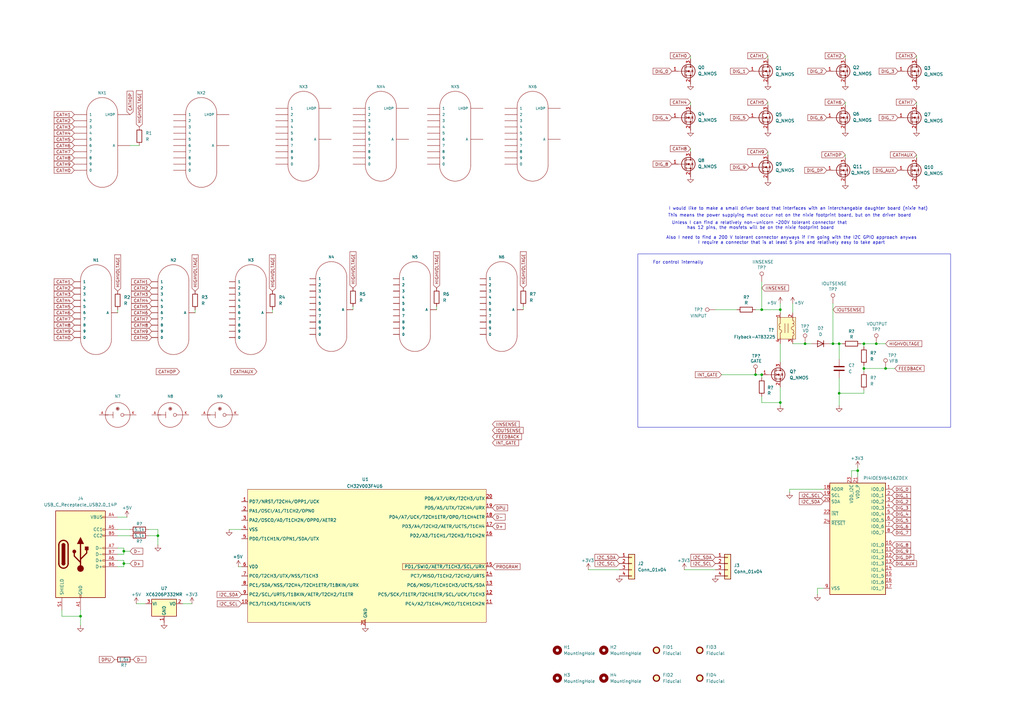
<source format=kicad_sch>
(kicad_sch (version 20250114) (generator "eeschema") (generator_version "9.0")
  (paper "A3")
  (rectangle (start 261.62 104.14) (end 389.89 175.26))
  (rectangle (start 438.15 90.17) (end 554.99 189.23))
  (text "Also I need to find a 200 V tolerant connector anyways if I'm going with the I2C GPIO approach anywas\nI require a connector that is at least 5 pins and relatively easy to take apart" (at 324.612 98.552 0) (effects (font (size 1.27 1.27))))
  (text "This means the power supplying must occur not on the nixie footprint board, but on the driver board" (at 323.85 88.392 0) (effects (font (size 1.27 1.27))))
  (text "For control internally" (at 278.13 107.696 0) (effects (font (size 1.27 1.27))))
  (text "I would like to make a small driver board that interfaces with an interchangable daughter board (nixie hat)" (at 327.406 85.598 0) (effects (font (size 1.27 1.27))))
  (text "For dev and experimentation\n" (at 454.66 94.488 0) (effects (font (size 1.27 1.27))))
  (text "Unless I can find a relatively non-unicorn ~200V tolerant connector that \nhas 12 pins, the mosfets will be on the nixie footprint board" (at 311.912 92.456 0) (effects (font (size 1.27 1.27))))
  (junction (at 330.2 140.97))
  (junction (at 520.7 152.4))
  (junction (at 363.22 151.13))
  (junction (at 510.54 162.56))
  (junction (at 344.17 161.29))
  (junction (at 320.04 165.1))
  (junction (at 354.33 151.13))
  (junction (at 50.8 231.14))
  (junction (at 478.79 154.94))
  (junction (at 525.78 142.24))
  (junction (at 478.79 128.27))
  (junction (at 33.02 252.73))
  (junction (at 64.77 219.71))
  (junction (at 351.79 193.04))
  (junction (at 341.63 140.97))
  (junction (at 529.59 152.4))
  (junction (at 508 142.24))
  (junction (at 496.57 142.24))
  (junction (at 312.42 153.67))
  (junction (at 354.33 140.97))
  (junction (at 486.41 128.27))
  (junction (at 486.41 166.37))
  (junction (at 320.04 127))
  (junction (at 309.88 153.67))
  (junction (at 359.41 140.97))
  (junction (at 50.8 226.06))
  (junction (at 312.42 127))
  (junction (at 510.54 142.24))
  (junction (at 344.17 140.97))
  (junction (at 476.25 154.94))
  (junction (at 520.7 142.24))
  (wire (pts (xy 354.33 152.4) (xy 354.33 151.13)))
  (wire (pts (xy 346.71 22.86) (xy 346.71 24.13)))
  (wire (pts (xy 309.88 153.67) (xy 312.42 153.67)))
  (wire (pts (xy 508 125.73) (xy 508 142.24)))
  (wire (pts (xy 48.26 232.41) (xy 50.8 232.41)))
  (wire (pts (xy 349.25 195.58) (xy 349.25 193.04)))
  (wire (pts (xy 486.41 160.02) (xy 486.41 166.37)))
  (wire (pts (xy 48.26 219.71) (xy 53.34 219.71)))
  (wire (pts (xy 93.98 217.17) (xy 99.06 217.17)))
  (wire (pts (xy 351.79 193.04) (xy 351.79 195.58)))
  (wire (pts (xy 478.79 154.94) (xy 478.79 156.21)))
  (wire (pts (xy 533.4 152.4) (xy 529.59 152.4)))
  (wire (pts (xy 48.26 227.33) (xy 50.8 227.33)))
  (wire (pts (xy 314.96 62.23) (xy 314.96 63.5)))
  (wire (pts (xy 330.2 140.97) (xy 332.74 140.97)))
  (wire (pts (xy 486.41 125.73) (xy 486.41 128.27)))
  (wire (pts (xy 33.02 252.73) (xy 33.02 250.19)))
  (wire (pts (xy 312.42 115.57) (xy 312.42 127)))
  (wire (pts (xy 309.88 127) (xy 312.42 127)))
  (wire (pts (xy 506.73 142.24) (xy 508 142.24)))
  (wire (pts (xy 464.82 154.94) (xy 476.25 154.94)))
  (wire (pts (xy 340.36 140.97) (xy 341.63 140.97)))
  (wire (pts (xy 375.92 22.86) (xy 375.92 24.13)))
  (wire (pts (xy 344.17 154.94) (xy 344.17 161.29)))
  (wire (pts (xy 337.82 200.66) (xy 323.85 200.66)))
  (wire (pts (xy 341.63 140.97) (xy 344.17 140.97)))
  (wire (pts (xy 354.33 140.97) (xy 354.33 142.24)))
  (wire (pts (xy 283.21 22.86) (xy 283.21 24.13)))
  (wire (pts (xy 283.21 60.96) (xy 283.21 62.23)))
  (wire (pts (xy 53.34 59.69) (xy 57.15 59.69)))
  (wire (pts (xy 50.8 224.79) (xy 50.8 226.06)))
  (wire (pts (xy 375.92 41.91) (xy 375.92 43.18)))
  (wire (pts (xy 520.7 153.67) (xy 520.7 152.4)))
  (wire (pts (xy 48.26 217.17) (xy 53.34 217.17)))
  (wire (pts (xy 486.41 128.27) (xy 486.41 129.54)))
  (wire (pts (xy 335.28 241.3) (xy 335.28 243.84)))
  (wire (pts (xy 346.71 41.91) (xy 346.71 43.18)))
  (wire (pts (xy 320.04 158.75) (xy 320.04 165.1)))
  (wire (pts (xy 351.79 191.77) (xy 351.79 193.04)))
  (wire (pts (xy 367.03 151.13) (xy 363.22 151.13)))
  (wire (pts (xy 478.79 163.83) (xy 478.79 166.37)))
  (wire (pts (xy 312.42 165.1) (xy 320.04 165.1)))
  (wire (pts (xy 280.67 233.68) (xy 293.37 233.68)))
  (wire (pts (xy 478.79 128.27) (xy 486.41 128.27)))
  (wire (pts (xy 525.78 142.24) (xy 529.59 142.24)))
  (wire (pts (xy 520.7 142.24) (xy 525.78 142.24)))
  (wire (pts (xy 349.25 193.04) (xy 351.79 193.04)))
  (wire (pts (xy 354.33 161.29) (xy 354.33 160.02)))
  (wire (pts (xy 529.59 152.4) (xy 520.7 152.4)))
  (wire (pts (xy 486.41 167.64) (xy 486.41 166.37)))
  (wire (pts (xy 478.79 166.37) (xy 486.41 166.37)))
  (wire (pts (xy 359.41 140.97) (xy 363.22 140.97)))
  (wire (pts (xy 346.71 63.5) (xy 346.71 64.77)))
  (wire (pts (xy 312.42 127) (xy 320.04 127)))
  (wire (pts (xy 50.8 226.06) (xy 50.8 227.33)))
  (wire (pts (xy 314.96 22.86) (xy 314.96 24.13)))
  (wire (pts (xy 354.33 149.86) (xy 354.33 151.13)))
  (wire (pts (xy 50.8 229.87) (xy 50.8 231.14)))
  (wire (pts (xy 476.25 154.94) (xy 478.79 154.94)))
  (wire (pts (xy 510.54 142.24) (xy 510.54 148.59)))
  (wire (pts (xy 510.54 142.24) (xy 511.81 142.24)))
  (wire (pts (xy 312.42 153.67) (xy 312.42 154.94)))
  (wire (pts (xy 344.17 166.37) (xy 344.17 161.29)))
  (wire (pts (xy 320.04 124.46) (xy 320.04 127)))
  (wire (pts (xy 80.01 127) (xy 80.01 128.27)))
  (wire (pts (xy 510.54 162.56) (xy 520.7 162.56)))
  (wire (pts (xy 25.4 252.73) (xy 33.02 252.73)))
  (wire (pts (xy 60.96 217.17) (xy 64.77 217.17)))
  (wire (pts (xy 344.17 140.97) (xy 345.44 140.97)))
  (wire (pts (xy 325.12 140.97) (xy 330.2 140.97)))
  (wire (pts (xy 50.8 231.14) (xy 50.8 232.41)))
  (wire (pts (xy 320.04 166.37) (xy 320.04 165.1)))
  (wire (pts (xy 510.54 167.64) (xy 510.54 162.56)))
  (wire (pts (xy 323.85 200.66) (xy 323.85 201.93)))
  (wire (pts (xy 53.34 226.06) (xy 50.8 226.06)))
  (wire (pts (xy 55.88 247.65) (xy 59.69 247.65)))
  (wire (pts (xy 320.04 140.97) (xy 320.04 148.59)))
  (wire (pts (xy 375.92 63.5) (xy 375.92 64.77)))
  (wire (pts (xy 486.41 142.24) (xy 486.41 149.86)))
  (wire (pts (xy 241.3 233.68) (xy 254 233.68)))
  (wire (pts (xy 520.7 142.24) (xy 520.7 143.51)))
  (wire (pts (xy 520.7 162.56) (xy 520.7 161.29)))
  (wire (pts (xy 337.82 241.3) (xy 335.28 241.3)))
  (wire (pts (xy 64.77 223.52) (xy 64.77 219.71)))
  (wire (pts (xy 491.49 125.73) (xy 491.49 129.54)))
  (wire (pts (xy 510.54 156.21) (xy 510.54 162.56)))
  (wire (pts (xy 354.33 140.97) (xy 359.41 140.97)))
  (wire (pts (xy 111.76 127) (xy 111.76 128.27)))
  (wire (pts (xy 48.26 229.87) (xy 50.8 229.87)))
  (wire (pts (xy 53.34 231.14) (xy 50.8 231.14)))
  (wire (pts (xy 519.43 142.24) (xy 520.7 142.24)))
  (wire (pts (xy 344.17 140.97) (xy 344.17 147.32)))
  (wire (pts (xy 314.96 41.91) (xy 314.96 43.18)))
  (wire (pts (xy 60.96 219.71) (xy 64.77 219.71)))
  (wire (pts (xy 144.78 125.73) (xy 144.78 127)))
  (wire (pts (xy 312.42 162.56) (xy 312.42 165.1)))
  (wire (pts (xy 64.77 217.17) (xy 64.77 219.71)))
  (wire (pts (xy 33.02 256.54) (xy 33.02 252.73)))
  (wire (pts (xy 48.26 127) (xy 48.26 128.27)))
  (wire (pts (xy 293.37 127) (xy 302.26 127)))
  (wire (pts (xy 353.06 140.97) (xy 354.33 140.97)))
  (wire (pts (xy 295.91 153.67) (xy 309.88 153.67)))
  (wire (pts (xy 344.17 161.29) (xy 354.33 161.29)))
  (wire (pts (xy 97.79 232.41) (xy 99.06 232.41)))
  (wire (pts (xy 459.74 128.27) (xy 468.63 128.27)))
  (wire (pts (xy 491.49 142.24) (xy 496.57 142.24)))
  (wire (pts (xy 179.07 125.73) (xy 179.07 127)))
  (wire (pts (xy 214.63 125.73) (xy 214.63 127)))
  (wire (pts (xy 520.7 151.13) (xy 520.7 152.4)))
  (wire (pts (xy 508 142.24) (xy 510.54 142.24)))
  (wire (pts (xy 496.57 142.24) (xy 499.11 142.24)))
  (wire (pts (xy 476.25 128.27) (xy 478.79 128.27)))
  (wire (pts (xy 25.4 250.19) (xy 25.4 252.73)))
  (wire (pts (xy 478.79 116.84) (xy 478.79 128.27)))
  (wire (pts (xy 78.74 247.65) (xy 74.93 247.65)))
  (wire (pts (xy 48.26 212.09) (xy 52.07 212.09)))
  (wire (pts (xy 341.63 124.46) (xy 341.63 140.97)))
  (wire (pts (xy 325.12 124.46) (xy 325.12 128.27)))
  (wire (pts (xy 320.04 127) (xy 320.04 128.27)))
  (wire (pts (xy 283.21 41.91) (xy 283.21 43.18)))
  (wire (pts (xy 48.26 224.79) (xy 50.8 224.79)))
  (wire (pts (xy 363.22 151.13) (xy 354.33 151.13)))
  (global_label "I2C_SCL" (shape input) (at 254 231.14 180) (property "Intersheetrefs" "${INTERSHEET_REFS}" (effects (hide yes))))
  (global_label "DIG_9" (shape input) (at 307.34 68.58 180) (property "Intersheetrefs" "${INTERSHEET_REFS}" (effects (hide yes))))
  (global_label "HIGHVOLTAGE" (shape input) (at 214.63 118.11 90) (property "Intersheetrefs" "${INTERSHEET_REFS}" (effects (hide yes))))
  (global_label "CATHAUX" (shape input) (at 375.92 63.5 180) (property "Intersheetrefs" "${INTERSHEET_REFS}" (effects (hide yes))))
  (global_label "CATH5" (shape input) (at 62.23 125.73 180) (property "Intersheetrefs" "${INTERSHEET_REFS}" (effects (hide yes))))
  (global_label "DPU" (shape input) (at 46.99 270.51 180) (property "Intersheetrefs" "${INTERSHEET_REFS}" (effects (hide yes))))
  (global_label "DIG_2" (shape input) (at 339.09 29.21 180) (property "Intersheetrefs" "${INTERSHEET_REFS}" (effects (hide yes))))
  (global_label "I2C_SDA" (shape input) (at 99.06 243.84 180) (property "Intersheetrefs" "${INTERSHEET_REFS}" (effects (hide yes))))
  (global_label "CATH4" (shape input) (at 30.48 123.19 180) (property "Intersheetrefs" "${INTERSHEET_REFS}" (effects (hide yes))))
  (global_label "HIGHVOLTAGE" (shape input) (at 144.78 118.11 90) (property "Intersheetrefs" "${INTERSHEET_REFS}" (effects (hide yes))))
  (global_label "CATH3" (shape input) (at 30.48 120.65 180) (property "Intersheetrefs" "${INTERSHEET_REFS}" (effects (hide yes))))
  (global_label "DIG_3" (shape input) (at 368.3 29.21 180) (property "Intersheetrefs" "${INTERSHEET_REFS}" (effects (hide yes))))
  (global_label "DIG_4" (shape input) (at 365.76 210.82 0) (property "Intersheetrefs" "${INTERSHEET_REFS}" (effects (hide yes))))
  (global_label "CATH0" (shape input) (at 62.23 138.43 180) (property "Intersheetrefs" "${INTERSHEET_REFS}" (effects (hide yes))))
  (global_label "CATH3" (shape input) (at 62.23 120.65 180) (property "Intersheetrefs" "${INTERSHEET_REFS}" (effects (hide yes))))
  (global_label "D-" (shape input) (at 54.61 270.51 0) (property "Intersheetrefs" "${INTERSHEET_REFS}" (effects (hide yes))))
  (global_label "CATH9" (shape input) (at 314.96 62.23 180) (property "Intersheetrefs" "${INTERSHEET_REFS}" (effects (hide yes))))
  (global_label "CATH3" (shape input) (at 375.92 22.86 180) (property "Intersheetrefs" "${INTERSHEET_REFS}" (effects (hide yes))))
  (global_label "DIG_DP" (shape input) (at 365.76 228.6 0) (property "Intersheetrefs" "${INTERSHEET_REFS}" (effects (hide yes))))
  (global_label "DIG_6" (shape input) (at 365.76 215.9 0) (property "Intersheetrefs" "${INTERSHEET_REFS}" (effects (hide yes))))
  (global_label "DIG_6" (shape input) (at 339.09 48.26 180) (property "Intersheetrefs" "${INTERSHEET_REFS}" (effects (hide yes))))
  (global_label "I2C_SDA" (shape input) (at 293.37 228.6 180) (property "Intersheetrefs" "${INTERSHEET_REFS}" (effects (hide yes))))
  (global_label "CATH7" (shape input) (at 30.48 130.81 180) (property "Intersheetrefs" "${INTERSHEET_REFS}" (effects (hide yes))))
  (global_label "IINSENSE" (shape input) (at 201.93 173.99 0) (property "Intersheetrefs" "${INTERSHEET_REFS}" (effects (hide yes))))
  (global_label "CATH9" (shape input) (at 30.48 67.31 180) (property "Intersheetrefs" "${INTERSHEET_REFS}" (effects (hide yes))))
  (global_label "IINSENSE" (shape input) (at 312.42 118.11 0) (property "Intersheetrefs" "${INTERSHEET_REFS}" (effects (hide yes))))
  (global_label "CATH2" (shape input) (at 346.71 22.86 180) (property "Intersheetrefs" "${INTERSHEET_REFS}" (effects (hide yes))))
  (global_label "DIG_7" (shape input) (at 368.3 48.26 180) (property "Intersheetrefs" "${INTERSHEET_REFS}" (effects (hide yes))))
  (global_label "CATH4" (shape input) (at 62.23 123.19 180) (property "Intersheetrefs" "${INTERSHEET_REFS}" (effects (hide yes))))
  (global_label "DIG_8" (shape input) (at 275.59 67.31 180) (property "Intersheetrefs" "${INTERSHEET_REFS}" (effects (hide yes))))
  (global_label "DIG_1" (shape input) (at 307.34 29.21 180) (property "Intersheetrefs" "${INTERSHEET_REFS}" (effects (hide yes))))
  (global_label "CATH2" (shape input) (at 62.23 118.11 180) (property "Intersheetrefs" "${INTERSHEET_REFS}" (effects (hide yes))))
  (global_label "CATH5" (shape input) (at 30.48 57.15 180) (property "Intersheetrefs" "${INTERSHEET_REFS}" (effects (hide yes))))
  (global_label "I2C_SDA" (shape input) (at 254 228.6 180) (property "Intersheetrefs" "${INTERSHEET_REFS}" (effects (hide yes))))
  (global_label "DIG_5" (shape input) (at 365.76 213.36 0) (property "Intersheetrefs" "${INTERSHEET_REFS}" (effects (hide yes))))
  (global_label "I2C_SDA" (shape input) (at 337.82 205.74 180) (property "Intersheetrefs" "${INTERSHEET_REFS}" (effects (hide yes))))
  (global_label "CATH2" (shape input) (at 30.48 49.53 180) (property "Intersheetrefs" "${INTERSHEET_REFS}" (effects (hide yes))))
  (global_label "CATH7" (shape input) (at 30.48 62.23 180) (property "Intersheetrefs" "${INTERSHEET_REFS}" (effects (hide yes))))
  (global_label "CATH2" (shape input) (at 30.48 118.11 180) (property "Intersheetrefs" "${INTERSHEET_REFS}" (effects (hide yes))))
  (global_label "CATH6" (shape input) (at 30.48 128.27 180) (property "Intersheetrefs" "${INTERSHEET_REFS}" (effects (hide yes))))
  (global_label "FEEDBACK" (shape input) (at 367.03 151.13 0) (property "Intersheetrefs" "${INTERSHEET_REFS}" (effects (hide yes))))
  (global_label "CATH7" (shape input) (at 375.92 41.91 180) (property "Intersheetrefs" "${INTERSHEET_REFS}" (effects (hide yes))))
  (global_label "CATHDP" (shape input) (at 73.66 152.4 180) (property "Intersheetrefs" "${INTERSHEET_REFS}" (effects (hide yes))))
  (global_label "HIGHVOLTAGE" (shape input) (at 48.26 119.38 90) (property "Intersheetrefs" "${INTERSHEET_REFS}" (effects (hide yes))))
  (global_label "DIG_7" (shape input) (at 365.76 218.44 0) (property "Intersheetrefs" "${INTERSHEET_REFS}" (effects (hide yes))))
  (global_label "CATH5" (shape input) (at 30.48 125.73 180) (property "Intersheetrefs" "${INTERSHEET_REFS}" (effects (hide yes))))
  (global_label "CATH3" (shape input) (at 30.48 52.07 180) (property "Intersheetrefs" "${INTERSHEET_REFS}" (effects (hide yes))))
  (global_label "DIG_4" (shape input) (at 275.59 48.26 180) (property "Intersheetrefs" "${INTERSHEET_REFS}" (effects (hide yes))))
  (global_label "CATH8" (shape input) (at 62.23 133.35 180) (property "Intersheetrefs" "${INTERSHEET_REFS}" (effects (hide yes))))
  (global_label "CATH8" (shape input) (at 30.48 133.35 180) (property "Intersheetrefs" "${INTERSHEET_REFS}" (effects (hide yes))))
  (global_label "HIGHVOLTAGE" (shape input) (at 57.15 52.07 90) (property "Intersheetrefs" "${INTERSHEET_REFS}" (effects (hide yes))))
  (global_label "CATHDP" (shape input) (at 53.34 46.99 90) (property "Intersheetrefs" "${INTERSHEET_REFS}" (effects (hide yes))))
  (global_label "FEEDBACK" (shape input) (at 201.93 179.07 0) (property "Intersheetrefs" "${INTERSHEET_REFS}" (effects (hide yes))))
  (global_label "CATH1" (shape input) (at 62.23 115.57 180) (property "Intersheetrefs" "${INTERSHEET_REFS}" (effects (hide yes))))
  (global_label "HIGHVOLTAGE" (shape input) (at 179.07 118.11 90) (property "Intersheetrefs" "${INTERSHEET_REFS}" (effects (hide yes))))
  (global_label "I2C_SCL" (shape input) (at 99.06 247.65 180) (property "Intersheetrefs" "${INTERSHEET_REFS}" (effects (hide yes))))
  (global_label "CATH5" (shape input) (at 314.96 41.91 180) (property "Intersheetrefs" "${INTERSHEET_REFS}" (effects (hide yes))))
  (global_label "CATH1" (shape input) (at 30.48 115.57 180) (property "Intersheetrefs" "${INTERSHEET_REFS}" (effects (hide yes))))
  (global_label "HIGHVOLTAGE" (shape input) (at 80.01 119.38 90) (property "Intersheetrefs" "${INTERSHEET_REFS}" (effects (hide yes))))
  (global_label "CATHDP" (shape input) (at 346.71 63.5 180) (property "Intersheetrefs" "${INTERSHEET_REFS}" (effects (hide yes))))
  (global_label "CATH0" (shape input) (at 283.21 22.86 180) (property "Intersheetrefs" "${INTERSHEET_REFS}" (effects (hide yes))))
  (global_label "PROGRAM" (shape input) (at 201.93 232.41 0) (property "Intersheetrefs" "${INTERSHEET_REFS}" (effects (hide yes))))
  (global_label "DIG_2" (shape input) (at 365.76 205.74 0) (property "Intersheetrefs" "${INTERSHEET_REFS}" (effects (hide yes))))
  (global_label "D+" (shape input) (at 201.93 215.9 0) (property "Intersheetrefs" "${INTERSHEET_REFS}" (effects (hide yes))))
  (global_label "INT_GATE" (shape input) (at 201.93 181.61 0) (property "Intersheetrefs" "${INTERSHEET_REFS}" (effects (hide yes))))
  (global_label "CATH1" (shape input) (at 30.48 46.99 180) (property "Intersheetrefs" "${INTERSHEET_REFS}" (effects (hide yes))))
  (global_label "DIG_0" (shape input) (at 365.76 200.66 0) (property "Intersheetrefs" "${INTERSHEET_REFS}" (effects (hide yes))))
  (global_label "IOUTSENSE" (shape input) (at 341.63 127 0) (property "Intersheetrefs" "${INTERSHEET_REFS}" (effects (hide yes))))
  (global_label "CATH9" (shape input) (at 62.23 135.89 180) (property "Intersheetrefs" "${INTERSHEET_REFS}" (effects (hide yes))))
  (global_label "CATH8" (shape input) (at 30.48 64.77 180) (property "Intersheetrefs" "${INTERSHEET_REFS}" (effects (hide yes))))
  (global_label "CATH1" (shape input) (at 314.96 22.86 180) (property "Intersheetrefs" "${INTERSHEET_REFS}" (effects (hide yes))))
  (global_label "DIG_9" (shape input) (at 365.76 226.06 0) (property "Intersheetrefs" "${INTERSHEET_REFS}" (effects (hide yes))))
  (global_label "CATH0" (shape input) (at 30.48 138.43 180) (property "Intersheetrefs" "${INTERSHEET_REFS}" (effects (hide yes))))
  (global_label "DIG_DP" (shape input) (at 339.09 69.85 180) (property "Intersheetrefs" "${INTERSHEET_REFS}" (effects (hide yes))))
  (global_label "DIG_8" (shape input) (at 365.76 223.52 0) (property "Intersheetrefs" "${INTERSHEET_REFS}" (effects (hide yes))))
  (global_label "CATH6" (shape input) (at 30.48 59.69 180) (property "Intersheetrefs" "${INTERSHEET_REFS}" (effects (hide yes))))
  (global_label "DIG_1" (shape input) (at 365.76 203.2 0) (property "Intersheetrefs" "${INTERSHEET_REFS}" (effects (hide yes))))
  (global_label "HIGHVOLTAGE" (shape input) (at 363.22 140.97 0) (property "Intersheetrefs" "${INTERSHEET_REFS}" (effects (hide yes))))
  (global_label "DIG_AUX" (shape input) (at 365.76 231.14 0) (property "Intersheetrefs" "${INTERSHEET_REFS}" (effects (hide yes))))
  (global_label "CATH6" (shape input) (at 346.71 41.91 180) (property "Intersheetrefs" "${INTERSHEET_REFS}" (effects (hide yes))))
  (global_label "DIG_5" (shape input) (at 307.34 48.26 180) (property "Intersheetrefs" "${INTERSHEET_REFS}" (effects (hide yes))))
  (global_label "EXT_GATE" (shape input) (at 464.82 154.94 180) (property "Intersheetrefs" "${INTERSHEET_REFS}" (effects (hide yes))))
  (global_label "HIGHVOLTAGE" (shape input) (at 111.76 119.38 90) (property "Intersheetrefs" "${INTERSHEET_REFS}" (effects (hide yes))))
  (global_label "D-" (shape input) (at 201.93 212.09 0) (property "Intersheetrefs" "${INTERSHEET_REFS}" (effects (hide yes))))
  (global_label "CATHAUX" (shape input) (at 105.41 152.4 180) (property "Intersheetrefs" "${INTERSHEET_REFS}" (effects (hide yes))))
  (global_label "CATH6" (shape input) (at 62.23 128.27 180) (property "Intersheetrefs" "${INTERSHEET_REFS}" (effects (hide yes))))
  (global_label "CATH4" (shape input) (at 283.21 41.91 180) (property "Intersheetrefs" "${INTERSHEET_REFS}" (effects (hide yes))))
  (global_label "DPU" (shape input) (at 201.93 208.28 0) (property "Intersheetrefs" "${INTERSHEET_REFS}" (effects (hide yes))))
  (global_label "D-" (shape input) (at 53.34 226.06 0) (property "Intersheetrefs" "${INTERSHEET_REFS}" (effects (hide yes))))
  (global_label "I2C_SCL" (shape input) (at 337.82 203.2 180) (property "Intersheetrefs" "${INTERSHEET_REFS}" (effects (hide yes))))
  (global_label "DIG_0" (shape input) (at 275.59 29.21 180) (property "Intersheetrefs" "${INTERSHEET_REFS}" (effects (hide yes))))
  (global_label "IOUTSENSE" (shape input) (at 201.93 176.53 0) (property "Intersheetrefs" "${INTERSHEET_REFS}" (effects (hide yes))))
  (global_label "CATH7" (shape input) (at 62.23 130.81 180) (property "Intersheetrefs" "${INTERSHEET_REFS}" (effects (hide yes))))
  (global_label "DIG_3" (shape input) (at 365.76 208.28 0) (property "Intersheetrefs" "${INTERSHEET_REFS}" (effects (hide yes))))
  (global_label "CATH0" (shape input) (at 30.48 69.85 180) (property "Intersheetrefs" "${INTERSHEET_REFS}" (effects (hide yes))))
  (global_label "INT_GATE" (shape input) (at 295.91 153.67 180) (property "Intersheetrefs" "${INTERSHEET_REFS}" (effects (hide yes))))
  (global_label "I2C_SCL" (shape input) (at 293.37 231.14 180) (property "Intersheetrefs" "${INTERSHEET_REFS}" (effects (hide yes))))
  (global_label "CATH4" (shape input) (at 30.48 54.61 180) (property "Intersheetrefs" "${INTERSHEET_REFS}" (effects (hide yes))))
  (global_label "DIG_AUX" (shape input) (at 368.3 69.85 180) (property "Intersheetrefs" "${INTERSHEET_REFS}" (effects (hide yes))))
  (global_label "D+" (shape input) (at 53.34 231.14 0) (property "Intersheetrefs" "${INTERSHEET_REFS}" (effects (hide yes))))
  (global_label "CATH9" (shape input) (at 30.48 135.89 180) (property "Intersheetrefs" "${INTERSHEET_REFS}" (effects (hide yes))))
  (global_label "CATH8" (shape input) (at 283.21 60.96 180) (property "Intersheetrefs" "${INTERSHEET_REFS}" (effects (hide yes))))
  (symbol (lib_id "Transistor_FET:Q_NMOS_GSD") (at 373.38 48.26 0) (unit 1)
    (property "Reference" "Q7" (at 378.968 46.99 0) (effects (justify left)))
    (property "Value" "Q_NMOS" (at 378.968 49.53 0) (effects (justify left)))
    (property "Footprint" "Package_TO_SOT_SMD:SOT-23-3" (effects (hide yes)))
    (property "Description" "N-MOSFET transistor, gate/source/drain" (effects (hide yes)))
  )
  (symbol (lib_id "power:+5V") (at 491.49 125.73 0) (unit 1)
    (property "Reference" "#PWR016" (effects (hide yes)))
    (property "Value" "+5V" (at 494.03 125.476 0))
    (property "Description" "Power symbol creates a global label with name \"+5V\"" (effects (hide yes)))
  )
  (symbol (lib_id "nixies-us:IN-3") (at 43.18 167.64 0) (unit 1)
    (property "Reference" "N7" (at 48.26 162.56 0) (effects (font (size 1.143 1.143))))
    (property "Value" "IN-3" (effects (hide yes)))
    (property "Footprint" "nixies-us:nixies-us-IN-3" (effects (hide yes)))
  )
  (symbol (lib_id "power:GND") (at 344.17 166.37 0) (unit 1)
    (property "Reference" "#PWR036" (effects (hide yes)))
    (property "Value" "GND" (effects (hide yes)))
    (property "Description" "Power symbol creates a global label with name \"GND\" , ground" (effects (hide yes)))
  )
  (symbol (lib_id "NICKXIE:PI4IOE5V6416ZDEX") (at 350.52 220.98 0) (unit 1)
    (property "Reference" "U3" (effects (hide yes)))
    (property "Value" "PI4IOE5V6416ZDEX" (at 363.22 196.088 0))
    (property "Footprint" "Package_DFN_QFN:TQFN-24-1EP_4x4mm_P0.5mm_EP2.1x2.1mm_ThermalVias" (effects (hide yes)))
  )
  (symbol (lib_id "power:GND") (at 314.96 53.34 0) (unit 1)
    (property "Reference" "#PWR05" (effects (hide yes)))
    (property "Value" "GND" (effects (hide yes)))
    (property "Description" "Power symbol creates a global label with name \"GND\" , ground" (effects (hide yes)))
  )
  (symbol (lib_id "power:GND") (at 314.96 73.66 0) (unit 1)
    (property "Reference" "#PWR01" (effects (hide yes)))
    (property "Value" "GND" (effects (hide yes)))
    (property "Description" "Power symbol creates a global label with name \"GND\" , ground" (effects (hide yes)))
  )
  (symbol (lib_id "cnixxie:R") (at 80.01 123.19 0) (unit 1)
    (property "Reference" "R3" (at 82.55 121.9199 0) (effects (justify left)))
    (property "Value" "R" (at 82.55 124.4599 0) (effects (justify left)))
    (property "Description" "Resistor" (effects (hide yes)))
  )
  (symbol (lib_id "Transistor_FET:Q_NMOS_GSD") (at 344.17 48.26 0) (unit 1)
    (property "Reference" "Q6" (at 349.758 46.736 0) (effects (justify left)))
    (property "Value" "Q_NMOS" (at 349.758 49.276 0) (effects (justify left)))
    (property "Footprint" "Package_TO_SOT_SMD:SOT-23-3" (effects (hide yes)))
    (property "Description" "N-MOSFET transistor, gate/source/drain" (effects (hide yes)))
  )
  (symbol (lib_id "cnixxie:R") (at 306.07 127 270) (unit 1)
    (property "Reference" "R?" (at 304.8 121.92 90) (effects (justify left)))
    (property "Value" "R" (at 305.308 124.206 90) (effects (justify left)))
    (property "Description" "Resistor" (effects (hide yes)))
  )
  (symbol (lib_id "Connector_Generic:Conn_01x04") (at 259.08 231.14 0) (unit 1)
    (property "Reference" "J2" (at 261.62 231.1399 0) (effects (justify left)))
    (property "Value" "Conn_01x04" (at 261.62 233.6799 0) (effects (justify left)))
    (property "Footprint" "Connector_JST:JST_SH_SM04B-SRSS-TB_1x04-1MP_P1.00mm_Horizontal" (effects (hide yes)))
    (property "Description" "Generic connector, single row, 01x04, script generated (kicad-library-utils/schlib/autogen/connector/)" (effects (hide yes)))
  )
  (symbol (lib_id "Isolator:4N25") (at 439.42 280.67 0) (unit 1) (in_bom no) (on_board no) (dnp yes)
    (property "Reference" "U2" (at 439.42 271.78 0))
    (property "Value" "4N25" (at 439.42 274.32 0))
    (property "Footprint" "Package_DIP:DIP-6_W7.62mm" (effects (hide yes)))
    (property "Datasheet" "https://www.vishay.com/docs/83725/4n25.pdf" (effects (hide yes)))
    (property "Description" "DC Optocoupler Base Connected, Vce 30V, CTR 20%, Viso 2500V, DIP6" (effects (hide yes)))
  )
  (symbol (lib_id "Transistor_FET:Q_NMOS_GSD") (at 373.38 29.21 0) (unit 1)
    (property "Reference" "Q3" (at 378.968 27.94 0) (effects (justify left)))
    (property "Value" "Q_NMOS" (at 378.968 30.48 0) (effects (justify left)))
    (property "Footprint" "Package_TO_SOT_SMD:SOT-23-3" (effects (hide yes)))
    (property "Description" "N-MOSFET transistor, gate/source/drain" (effects (hide yes)))
  )
  (symbol (lib_id "nixies-us:IN-1") (at 207.01 127 0) (unit 1)
    (property "Reference" "N6" (at 205.74 105.41 0) (effects (font (size 1.143 1.143))))
    (property "Value" "IN-1" (effects (hide yes)))
    (property "Footprint" "NIXIE:IN-1_NIXIE_v1" (effects (hide yes)))
  )
  (symbol (lib_id "cnixxie:R") (at 111.76 123.19 0) (unit 1)
    (property "Reference" "R4" (at 114.3 121.9199 0) (effects (justify left)))
    (property "Value" "R" (at 114.3 124.4599 0) (effects (justify left)))
    (property "Description" "Resistor" (effects (hide yes)))
  )
  (symbol (lib_id "Connector:TestPoint") (at 508 125.73 0) (unit 1)
    (property "Reference" "TP?" (at 508 119.888 0))
    (property "Value" "IOUTSENSE" (at 508.508 117.602 0))
    (property "Description" "test point" (effects (hide yes)))
  )
  (symbol (lib_id "Transistor_FET:Q_NMOS_GSD") (at 312.42 48.26 0) (unit 1)
    (property "Reference" "Q5" (at 318.008 46.99 0) (effects (justify left)))
    (property "Value" "Q_NMOS" (at 318.008 49.53 0) (effects (justify left)))
    (property "Footprint" "Package_TO_SOT_SMD:SOT-23-3" (effects (hide yes)))
    (property "Description" "N-MOSFET transistor, gate/source/drain" (effects (hide yes)))
  )
  (symbol (lib_id "Connector:TestPoint") (at 525.78 142.24 0) (unit 1)
    (property "Reference" "TP3" (at 525.78 136.398 0))
    (property "Value" "VOUTPUT" (at 526.034 134.112 0))
    (property "Description" "test point" (effects (hide yes)))
  )
  (symbol (lib_id "power:+5V") (at 351.79 191.77 0) (unit 1)
    (property "Reference" "#PWR031" (effects (hide yes)))
    (property "Value" "+3V3" (at 351.536 187.96 0))
    (property "Description" "Power symbol creates a global label with name \"+5V\"" (effects (hide yes)))
  )
  (symbol (lib_id "cnixxie:CH32V003F4U6") (at 149.86 228.6 0) (unit 1)
    (property "Reference" "U1" (at 149.86 196.596 0))
    (property "Value" "CH32V003F4U6" (at 149.606 199.39 0))
    (property "Footprint" "Package_DFN_QFN:QFN-20-1EP_3x3mm_P0.4mm_EP1.65x1.65mm" (effects (hide yes)))
    (property "LCSC" "C5299908" (effects (hide yes)))
  )
  (symbol (lib_id "nixies-us:IN-1") (at 171.45 127 0) (unit 1)
    (property "Reference" "N5" (at 170.18 105.41 0) (effects (font (size 1.143 1.143))))
    (property "Value" "IN-1" (effects (hide yes)))
    (property "Footprint" "NIXIE:IN-1_NIXIE_v1" (effects (hide yes)))
  )
  (symbol (lib_id "power:GND") (at 375.92 74.93 0) (unit 1)
    (property "Reference" "#PWR02" (effects (hide yes)))
    (property "Value" "GND" (effects (hide yes)))
    (property "Description" "Power symbol creates a global label with name \"GND\" , ground" (effects (hide yes)))
  )
  (symbol (lib_id "Connector:TestPoint") (at 359.41 140.97 0) (unit 1)
    (property "Reference" "TP?" (at 359.41 135.128 0))
    (property "Value" "VOUTPUT" (at 359.664 132.842 0))
    (property "Description" "test point" (effects (hide yes)))
  )
  (symbol (lib_id "cnixxie:Conn_01x01") (at 457.2 170.18 0) (unit 1)
    (property "Reference" "J1" (at 459.74 168.9099 0) (effects (justify left)))
    (property "Value" "Conn_01x01" (at 459.74 171.4499 0) (effects (justify left)))
    (property "Description" "Generic connector, single row, 01x01, script generated (kicad-library-utils/schlib/autogen/connector/)" (effects (hide yes)))
  )
  (symbol (lib_id "nixies-us:IN-1") (at 137.16 127 0) (unit 1)
    (property "Reference" "N4" (at 135.89 105.41 0) (effects (font (size 1.143 1.143))))
    (property "Value" "IN-1" (effects (hide yes)))
    (property "Footprint" "NIXIE:IN-1_NIXIE_v1" (effects (hide yes)))
  )
  (symbol (lib_id "Connector:TestPoint") (at 459.74 128.27 90) (unit 1)
    (property "Reference" "TP1" (at 452.882 128.27 90))
    (property "Value" "VINPUT" (at 452.882 130.81 90))
    (property "Description" "test point" (effects (hide yes)))
  )
  (symbol (lib_id "power:GND") (at 93.98 217.17 0) (unit 1)
    (property "Reference" "#PWR014" (effects (hide yes)))
    (property "Value" "GND" (effects (hide yes)))
    (property "Description" "Power symbol creates a global label with name \"GND\" , ground" (effects (hide yes)))
  )
  (symbol (lib_id "power:GND") (at 67.31 255.27 0) (unit 1)
    (property "Reference" "#PWR026" (effects (hide yes)))
    (property "Value" "GND" (effects (hide yes)))
    (property "Description" "Power symbol creates a global label with name \"GND\" , ground" (effects (hide yes)))
  )
  (symbol (lib_id "power:GND") (at 64.77 223.52 0) (unit 1)
    (property "Reference" "#PWR024" (effects (hide yes)))
    (property "Value" "GND" (effects (hide yes)))
    (property "Description" "Power symbol creates a global label with name \"GND\" , ground" (effects (hide yes)))
  )
  (symbol (lib_id "power:+5V") (at 486.41 125.73 0) (unit 1)
    (property "Reference" "#PWR015" (effects (hide yes)))
    (property "Value" "+5V" (at 482.854 125.476 0))
    (property "Description" "Power symbol creates a global label with name \"+5V\"" (effects (hide yes)))
  )
  (symbol (lib_id "cnixxie:R") (at 349.25 140.97 270) (unit 1)
    (property "Reference" "R?" (at 347.98 135.89 90) (effects (justify left)))
    (property "Value" "R" (at 348.488 138.176 90) (effects (justify left)))
    (property "Description" "Resistor" (effects (hide yes)))
  )
  (symbol (lib_id "power:GND") (at 283.21 53.34 0) (unit 1)
    (property "Reference" "#PWR012" (effects (hide yes)))
    (property "Value" "GND" (effects (hide yes)))
    (property "Description" "Power symbol creates a global label with name \"GND\" , ground" (effects (hide yes)))
  )
  (symbol (lib_id "cnixxie:R") (at 472.44 128.27 270) (unit 1)
    (property "Reference" "R?" (at 471.17 123.19 90) (effects (justify left)))
    (property "Value" "R" (at 471.678 125.476 90) (effects (justify left)))
    (property "Description" "Resistor" (effects (hide yes)))
  )
  (symbol (lib_id "power:GND") (at 293.37 236.22 0) (unit 1)
    (property "Reference" "#PWR022" (effects (hide yes)))
    (property "Value" "GND" (effects (hide yes)))
    (property "Description" "Power symbol creates a global label with name \"GND\" , ground" (effects (hide yes)))
  )
  (symbol (lib_id "power:GND") (at 283.21 34.29 0) (unit 1)
    (property "Reference" "#PWR03" (effects (hide yes)))
    (property "Value" "GND" (effects (hide yes)))
    (property "Description" "Power symbol creates a global label with name \"GND\" , ground" (effects (hide yes)))
  )
  (symbol (lib_id "cnixxie:R") (at 144.78 121.92 0) (unit 1)
    (property "Reference" "R5" (at 147.32 120.6499 0) (effects (justify left)))
    (property "Value" "R" (at 147.32 123.1899 0) (effects (justify left)))
    (property "Description" "Resistor" (effects (hide yes)))
  )
  (symbol (lib_id "Transistor_FET:Q_NMOS_GSD") (at 312.42 68.58 0) (unit 1)
    (property "Reference" "Q9" (at 318.008 67.31 0) (effects (justify left)))
    (property "Value" "Q_NMOS" (at 318.008 69.85 0) (effects (justify left)))
    (property "Footprint" "Package_TO_SOT_SMD:SOT-23-3" (effects (hide yes)))
    (property "Description" "N-MOSFET transistor, gate/source/drain" (effects (hide yes)))
  )
  (symbol (lib_id "power:GND") (at 510.54 167.64 0) (unit 1)
    (property "Reference" "#PWR017" (effects (hide yes)))
    (property "Value" "GND" (effects (hide yes)))
    (property "Description" "Power symbol creates a global label with name \"GND\" , ground" (effects (hide yes)))
  )
  (symbol (lib_id "Device:D") (at 336.55 140.97 180) (unit 1)
    (property "Reference" "D?" (at 336.55 134.62 0))
    (property "Value" "D" (at 336.55 137.16 0))
    (property "Description" "Diode" (effects (hide yes)))
    (property "Sim.Device" "D" (effects (hide yes)))
    (property "Sim.Pins" "1=K 2=A" (effects (hide yes)))
  )
  (symbol (lib_id "power:GND") (at 375.92 34.29 0) (unit 1)
    (property "Reference" "#PWR011" (effects (hide yes)))
    (property "Value" "GND" (effects (hide yes)))
    (property "Description" "Power symbol creates a global label with name \"GND\" , ground" (effects (hide yes)))
  )
  (symbol (lib_id "cnixxie:R") (at 520.7 157.48 0) (unit 1)
    (property "Reference" "R9" (at 523.24 156.2099 0) (effects (justify left)))
    (property "Value" "R" (at 523.24 158.7499 0) (effects (justify left)))
    (property "Description" "Resistor" (effects (hide yes)))
  )
  (symbol (lib_id "power:+5V") (at 280.67 233.68 0) (unit 1)
    (property "Reference" "#PWR030" (effects (hide yes)))
    (property "Value" "+3V3" (at 280.416 229.87 0))
    (property "Description" "Power symbol creates a global label with name \"+5V\"" (effects (hide yes)))
  )
  (symbol (lib_id "Connector_Generic:Conn_01x04") (at 298.45 231.14 0) (unit 1)
    (property "Reference" "J3" (at 300.99 231.902 0) (effects (justify left)))
    (property "Value" "Conn_01x04" (at 300.99 234.442 0) (effects (justify left)))
    (property "Footprint" "Connector_JST:JST_SH_SM04B-SRSS-TB_1x04-1MP_P1.00mm_Horizontal" (effects (hide yes)))
    (property "Description" "Generic connector, single row, 01x04, script generated (kicad-library-utils/schlib/autogen/connector/)" (effects (hide yes)))
  )
  (symbol (lib_id "power:GND") (at 346.71 53.34 0) (unit 1)
    (property "Reference" "#PWR06" (effects (hide yes)))
    (property "Value" "GND" (effects (hide yes)))
    (property "Description" "Power symbol creates a global label with name \"GND\" , ground" (effects (hide yes)))
  )
  (symbol (lib_id "power:GND") (at 320.04 166.37 0) (unit 1)
    (property "Reference" "#PWR035" (effects (hide yes)))
    (property "Value" "GND" (effects (hide yes)))
    (property "Description" "Power symbol creates a global label with name \"GND\" , ground" (effects (hide yes)))
  )
  (symbol (lib_id "power:GND") (at 346.71 34.29 0) (unit 1)
    (property "Reference" "#PWR010" (effects (hide yes)))
    (property "Value" "GND" (effects (hide yes)))
    (property "Description" "Power symbol creates a global label with name \"GND\" , ground" (effects (hide yes)))
  )
  (symbol (lib_id "cnixxie:R") (at 179.07 121.92 0) (unit 1)
    (property "Reference" "R6" (at 181.61 120.6499 0) (effects (justify left)))
    (property "Value" "R" (at 181.61 123.1899 0) (effects (justify left)))
    (property "Description" "Resistor" (effects (hide yes)))
  )
  (symbol (lib_id "MASTER_SYMBOLS:Fiducial") (at 287.02 266.7 0) (unit 1) (in_bom no)
    (property "Reference" "FID3" (at 289.56 265.4299 0) (effects (justify left)))
    (property "Value" "Fiducial" (at 289.56 267.9699 0) (effects (justify left)))
    (property "Footprint" "Fiducial:Fiducial_0.5mm_Mask1mm" (effects (hide yes)))
    (property "Description" "Fiducial Marker" (effects (hide yes)))
  )
  (symbol (lib_id "power:+5V") (at 78.74 247.65 0) (unit 1)
    (property "Reference" "#PWR028" (effects (hide yes)))
    (property "Value" "+3V3" (at 78.486 243.84 0))
    (property "Description" "Power symbol creates a global label with name \"+5V\"" (effects (hide yes)))
  )
  (symbol (lib_id "Connector:TestPoint") (at 496.57 142.24 0) (unit 1)
    (property "Reference" "TP2" (at 496.57 135.128 0))
    (property "Value" "VD" (at 496.824 136.906 0))
    (property "Description" "test point" (effects (hide yes)))
  )
  (symbol (lib_id "power:+5V") (at 241.3 233.68 0) (unit 1)
    (property "Reference" "#PWR029" (effects (hide yes)))
    (property "Value" "+3V3" (at 241.046 229.87 0))
    (property "Description" "Power symbol creates a global label with name \"+5V\"" (effects (hide yes)))
  )
  (symbol (lib_id "nixies-us:IN-1") (at 40.64 128.27 0) (unit 1)
    (property "Reference" "N1" (at 39.37 106.68 0) (effects (font (size 1.143 1.143))))
    (property "Value" "IN-1" (effects (hide yes)))
    (property "Footprint" "NIXIE:IN-1_NIXIE_v1" (effects (hide yes)))
  )
  (symbol (lib_id "Connector:TestPoint") (at 309.88 153.67 0) (unit 1)
    (property "Reference" "TP?" (at 310.134 146.05 0))
    (property "Value" "GATE" (at 310.134 148.082 0))
    (property "Description" "test point" (effects (hide yes)))
  )
  (symbol (lib_id "nixies-us:IN-12BORIGINAL") (at 219.71 57.15 0) (unit 1)
    (property "Reference" "NX6" (at 218.44 35.56 0) (effects (font (size 1.143 1.143))))
    (property "Value" "IN-12BORIGINAL" (effects (hide yes)))
    (property "Footprint" "NIXIE:IN-12A Nixie" (effects (hide yes)))
  )
  (symbol (lib_id "power:GND") (at 323.85 201.93 0) (unit 1)
    (property "Reference" "#PWR032" (effects (hide yes)))
    (property "Value" "GND" (effects (hide yes)))
    (property "Description" "Power symbol creates a global label with name \"GND\" , ground" (effects (hide yes)))
  )
  (symbol (lib_id "cnixxie:R") (at 312.42 158.75 0) (unit 1)
    (property "Reference" "R?" (at 314.706 159.004 0) (effects (justify left)))
    (property "Value" "R" (at 314.706 161.29 0) (effects (justify left)))
    (property "Description" "Resistor" (effects (hide yes)))
  )
  (symbol (lib_id "MASTER_SYMBOLS:Fiducial") (at 269.24 266.7 0) (unit 1) (in_bom no)
    (property "Reference" "FID1" (at 271.78 265.4299 0) (effects (justify left)))
    (property "Value" "Fiducial" (at 271.78 267.9699 0) (effects (justify left)))
    (property "Footprint" "Fiducial:Fiducial_0.5mm_Mask1mm" (effects (hide yes)))
    (property "Description" "Fiducial Marker" (effects (hide yes)))
  )
  (symbol (lib_id "cnixxie:R") (at 354.33 156.21 0) (unit 1)
    (property "Reference" "R?" (at 356.87 154.9399 0) (effects (justify left)))
    (property "Value" "R" (at 356.87 157.4799 0) (effects (justify left)))
    (property "Description" "Resistor" (effects (hide yes)))
  )
  (symbol (lib_id "power:GND") (at 283.21 72.39 0) (unit 1)
    (property "Reference" "#PWR08" (effects (hide yes)))
    (property "Value" "GND" (effects (hide yes)))
    (property "Description" "Power symbol creates a global label with name \"GND\" , ground" (effects (hide yes)))
  )
  (symbol (lib_id "Transistor_FET:Q_NMOS_GSD") (at 344.17 69.85 0) (unit 1)
    (property "Reference" "Q11" (at 349.758 68.326 0) (effects (justify left)))
    (property "Value" "Q_NMOS" (at 348.996 70.8661 0) (effects (justify left)))
    (property "Footprint" "Package_TO_SOT_SMD:SOT-23-3" (effects (hide yes)))
    (property "Description" "N-MOSFET transistor, gate/source/drain" (effects (hide yes)))
  )
  (symbol (lib_id "Transistor_FET:Q_NMOS_GSD") (at 373.38 69.85 0) (unit 1)
    (property "Reference" "Q10" (at 378.968 68.58 0) (effects (justify left)))
    (property "Value" "Q_NMOS" (at 378.968 71.12 0) (effects (justify left)))
    (property "Footprint" "Package_TO_SOT_SMD:SOT-23-3" (effects (hide yes)))
    (property "Description" "N-MOSFET transistor, gate/source/drain" (effects (hide yes)))
  )
  (symbol (lib_id "Device:D") (at 502.92 142.24 180) (unit 1)
    (property "Reference" "D1" (at 502.92 135.89 0))
    (property "Value" "D" (at 502.92 138.43 0))
    (property "Description" "Diode" (effects (hide yes)))
    (property "Sim.Device" "D" (effects (hide yes)))
    (property "Sim.Pins" "1=K 2=A" (effects (hide yes)))
  )
  (symbol (lib_id "nixies-us:IN-12BORIGINAL") (at 157.48 57.15 0) (unit 1)
    (property "Reference" "NX4" (at 156.21 35.56 0) (effects (font (size 1.143 1.143))))
    (property "Value" "IN-12BORIGINAL" (effects (hide yes)))
    (property "Footprint" "NIXIE:IN-12A Nixie" (effects (hide yes)))
  )
  (symbol (lib_id "cnixxie:R") (at 478.79 160.02 0) (unit 1)
    (property "Reference" "R10" (at 481.076 160.274 0) (effects (justify left)))
    (property "Value" "R" (at 481.076 162.56 0) (effects (justify left)))
    (property "Description" "Resistor" (effects (hide yes)))
  )
  (symbol (lib_id "Transistor_FET:Q_NMOS_GSD") (at 280.67 48.26 0) (unit 1)
    (property "Reference" "Q4" (at 286.258 46.736 0) (effects (justify left)))
    (property "Value" "Q_NMOS" (at 286.258 49.276 0) (effects (justify left)))
    (property "Footprint" "Package_TO_SOT_SMD:SOT-23-3" (effects (hide yes)))
    (property "Description" "N-MOSFET transistor, gate/source/drain" (effects (hide yes)))
  )
  (symbol (lib_id "nixies-us:IN-12BORIGINAL") (at 125.73 57.15 0) (unit 1)
    (property "Reference" "NX3" (at 124.46 35.56 0) (effects (font (size 1.143 1.143))))
    (property "Value" "IN-12BORIGINAL" (effects (hide yes)))
    (property "Footprint" "NIXIE:IN-12A Nixie" (effects (hide yes)))
  )
  (symbol (lib_id "Device:C") (at 344.17 151.13 0) (unit 1)
    (property "Reference" "C?" (at 347.98 149.8599 0) (effects (justify left)))
    (property "Value" "C" (at 347.98 152.3999 0) (effects (justify left)))
    (property "Description" "Unpolarized capacitor" (effects (hide yes)))
  )
  (symbol (lib_id "Transistor_FET:Q_NMOS_GSD") (at 483.87 154.94 0) (unit 1)
    (property "Reference" "Q100" (at 490.22 153.6699 0) (effects (justify left)))
    (property "Value" "Q_NMOS" (at 490.22 156.2099 0) (effects (justify left)))
    (property "Description" "N-MOSFET transistor, gate/source/drain" (effects (hide yes)))
  )
  (symbol (lib_id "cnixxie:R") (at 48.26 123.19 0) (unit 1)
    (property "Reference" "R2" (at 50.8 121.9199 0) (effects (justify left)))
    (property "Value" "R" (at 50.8 124.4599 0) (effects (justify left)))
    (property "Description" "Resistor" (effects (hide yes)))
  )
  (symbol (lib_id "cnixxie:R") (at 354.33 146.05 0) (unit 1)
    (property "Reference" "R?" (at 356.87 144.7799 0) (effects (justify left)))
    (property "Value" "R" (at 356.87 147.3199 0) (effects (justify left)))
    (property "Description" "Resistor" (effects (hide yes)))
  )
  (symbol (lib_id "Connector:TestPoint") (at 341.63 124.46 0) (unit 1)
    (property "Reference" "TP?" (at 341.63 118.618 0))
    (property "Value" "IOUTSENSE" (at 342.138 116.332 0))
    (property "Description" "test point" (effects (hide yes)))
  )
  (symbol (lib_id "cnixxie:R") (at 57.15 217.17 90) (unit 1)
    (property "Reference" "R?" (at 57.15 214.884 90))
    (property "Value" "5.1k" (at 57.15 217.17 90))
    (property "Description" "Resistor" (effects (hide yes)))
  )
  (symbol (lib_id "nixies-us:IN-3") (at 64.77 167.64 0) (unit 1)
    (property "Reference" "N8" (at 69.85 162.56 0) (effects (font (size 1.143 1.143))))
    (property "Value" "IN-3" (effects (hide yes)))
    (property "Footprint" "nixies-us:nixies-us-IN-3" (effects (hide yes)))
  )
  (symbol (lib_id "MASTER_SYMBOLS:MountingHole_M2.5_RemoveWarning") (at 247.65 278.13 0) (unit 1) (in_bom no)
    (property "Reference" "H4" (at 250.19 276.8599 0) (effects (justify left)))
    (property "Value" "MountingHole" (at 250.19 279.3999 0) (effects (justify left)))
    (property "Footprint" "MountingHole:MountingHole_2.7mm_M2.5_ISO7380_Pad_TopBottom" (effects (hide yes)))
    (property "Description" "Mounting Hole without connection" (effects (hide yes)))
  )
  (symbol (lib_id "nixies-us:IN-12BORIGINAL") (at 187.96 57.15 0) (unit 1)
    (property "Reference" "NX5" (at 186.69 35.56 0) (effects (font (size 1.143 1.143))))
    (property "Value" "IN-12BORIGINAL" (effects (hide yes)))
    (property "Footprint" "NIXIE:IN-12A Nixie" (effects (hide yes)))
  )
  (symbol (lib_id "power:+5V") (at 97.79 232.41 0) (unit 1)
    (property "Reference" "#PWR019" (effects (hide yes)))
    (property "Value" "+5V" (at 97.536 228.346 0))
    (property "Description" "Power symbol creates a global label with name \"+5V\"" (effects (hide yes)))
  )
  (symbol (lib_id "MASTER_SYMBOLS:MountingHole_M2.5_RemoveWarning") (at 228.6 266.7 0) (unit 1) (in_bom no)
    (property "Reference" "H1" (at 231.14 265.4299 0) (effects (justify left)))
    (property "Value" "MountingHole" (at 231.14 267.9699 0) (effects (justify left)))
    (property "Footprint" "MountingHole:MountingHole_2.7mm_M2.5_ISO7380_Pad_TopBottom" (effects (hide yes)))
    (property "Description" "Mounting Hole without connection" (effects (hide yes)))
  )
  (symbol (lib_id "Connector:TestPoint") (at 363.22 151.13 0) (unit 1)
    (property "Reference" "TP?" (at 366.014 145.796 0))
    (property "Value" "VFB" (at 366.522 148.082 0))
    (property "Description" "test point" (effects (hide yes)))
  )
  (symbol (lib_id "Connector:USB_C_Receptacle_USB2.0_14P") (at 33.02 227.33 0) (unit 1)
    (property "Reference" "J4" (at 33.02 204.47 0))
    (property "Value" "USB_C_Receptacle_USB2.0_14P" (at 33.02 207.01 0))
    (property "Footprint" "Connector_USB:USB_C_Receptacle_Palconn_UTC16-G" (effects (hide yes)))
    (property "Datasheet" "https://www.usb.org/sites/default/files/documents/usb_type-c.zip" (effects (hide yes)))
    (property "Description" "USB 2.0-only 14P Type-C Receptacle connector" (effects (hide yes)))
  )
  (symbol (lib_id "nixies-us:IN-3") (at 85.09 167.64 0) (unit 1)
    (property "Reference" "N9" (at 90.17 162.56 0) (effects (font (size 1.143 1.143))))
    (property "Value" "IN-3" (effects (hide yes)))
    (property "Footprint" "nixies-us:nixies-us-IN-3" (effects (hide yes)))
  )
  (symbol (lib_id "nixies-us:IN-12BORIGINAL") (at 83.82 59.69 0) (unit 1)
    (property "Reference" "NX2" (at 82.55 38.1 0) (effects (font (size 1.143 1.143))))
    (property "Value" "IN-12BORIGINAL" (effects (hide yes)))
    (property "Footprint" "NIXIE:IN-12A Nixie" (effects (hide yes)))
  )
  (symbol (lib_id "MASTER_SYMBOLS:MountingHole_M2.5_RemoveWarning") (at 247.65 266.7 0) (unit 1) (in_bom no)
    (property "Reference" "H2" (at 250.19 265.4299 0) (effects (justify left)))
    (property "Value" "MountingHole" (at 250.19 267.9699 0) (effects (justify left)))
    (property "Footprint" "MountingHole:MountingHole_2.7mm_M2.5_ISO7380_Pad_TopBottom" (effects (hide yes)))
    (property "Description" "Mounting Hole without connection" (effects (hide yes)))
  )
  (symbol (lib_id "MASTER_SYMBOLS:Fiducial") (at 287.02 278.13 0) (unit 1) (in_bom no)
    (property "Reference" "FID4" (at 289.56 276.8599 0) (effects (justify left)))
    (property "Value" "Fiducial" (at 289.56 279.3999 0) (effects (justify left)))
    (property "Footprint" "Fiducial:Fiducial_0.5mm_Mask1mm" (effects (hide yes)))
    (property "Description" "Fiducial Marker" (effects (hide yes)))
  )
  (symbol (lib_id "power:+5V") (at 55.88 247.65 0) (unit 1)
    (property "Reference" "#PWR027" (effects (hide yes)))
    (property "Value" "+5V" (at 55.88 243.84 0))
    (property "Description" "Power symbol creates a global label with name \"+5V\"" (effects (hide yes)))
  )
  (symbol (lib_id "cnixxie:R") (at 50.8 270.51 270) (unit 1)
    (property "Reference" "R?" (at 50.8 272.796 90))
    (property "Value" "1.5k" (at 50.8 270.51 90))
    (property "Description" "Resistor" (effects (hide yes)))
  )
  (symbol (lib_id "Connector:TestPoint") (at 478.79 116.84 0) (unit 1)
    (property "Reference" "TP?" (at 478.79 110.998 0))
    (property "Value" "IINSENSE" (at 479.298 108.712 0))
    (property "Description" "test point" (effects (hide yes)))
  )
  (symbol (lib_id "cnixxie:Flyback-ATB3225") (at 488.95 135.89 270) (unit 1)
    (property "Reference" "T1" (at 481.584 136.652 90) (effects (justify left)))
    (property "Value" "Flyback-ATB3225" (at 467.36 139.446 90) (effects (justify left)))
    (property "Footprint" "Flyback-ATB3225:Flyback-ATB3225" (effects (hide yes)))
    (property "LCSC" "C415291" (effects (hide yes)))
  )
  (symbol (lib_id "power:GND") (at 375.92 53.34 0) (unit 1)
    (property "Reference" "#PWR07" (effects (hide yes)))
    (property "Value" "GND" (effects (hide yes)))
    (property "Description" "Power symbol creates a global label with name \"GND\" , ground" (effects (hide yes)))
  )
  (symbol (lib_id "Transistor_FET:Q_NMOS_GSD") (at 312.42 29.21 0) (unit 1)
    (property "Reference" "Q1" (at 318.008 27.94 0) (effects (justify left)))
    (property "Value" "Q_NMOS" (at 318.008 30.48 0) (effects (justify left)))
    (property "Footprint" "Package_TO_SOT_SMD:SOT-23-3" (effects (hide yes)))
    (property "Description" "N-MOSFET transistor, gate/source/drain" (effects (hide yes)))
  )
  (symbol (lib_id "power:+5V") (at 320.04 124.46 0) (unit 1)
    (property "Reference" "#PWR033" (effects (hide yes)))
    (property "Value" "+5V" (at 316.484 124.206 0))
    (property "Description" "Power symbol creates a global label with name \"+5V\"" (effects (hide yes)))
  )
  (symbol (lib_id "power:GND") (at 486.41 167.64 0) (unit 1)
    (property "Reference" "#PWR018" (effects (hide yes)))
    (property "Value" "GND" (effects (hide yes)))
    (property "Description" "Power symbol creates a global label with name \"GND\" , ground" (effects (hide yes)))
  )
  (symbol (lib_id "MASTER_SYMBOLS:MountingHole_M2.5_RemoveWarning") (at 228.6 278.13 0) (unit 1) (in_bom no)
    (property "Reference" "H3" (at 231.14 276.8599 0) (effects (justify left)))
    (property "Value" "MountingHole" (at 231.14 279.3999 0) (effects (justify left)))
    (property "Footprint" "MountingHole:MountingHole_2.7mm_M2.5_ISO7380_Pad_TopBottom" (effects (hide yes)))
    (property "Description" "Mounting Hole without connection" (effects (hide yes)))
  )
  (symbol (lib_id "cnixxie:Flyback-ATB3225") (at 322.58 134.62 270) (unit 1)
    (property "Reference" "T?" (at 315.214 135.382 90) (effects (justify left)))
    (property "Value" "Flyback-ATB3225" (at 300.99 138.176 90) (effects (justify left)))
    (property "Footprint" "Flyback-ATB3225:Flyback-ATB3225" (effects (hide yes)))
    (property "LCSC" "C415291" (effects (hide yes)))
  )
  (symbol (lib_id "power:GND") (at 254 236.22 0) (unit 1)
    (property "Reference" "#PWR021" (effects (hide yes)))
    (property "Value" "GND" (effects (hide yes)))
    (property "Description" "Power symbol creates a global label with name \"GND\" , ground" (effects (hide yes)))
  )
  (symbol (lib_id "Device:C") (at 510.54 152.4 0) (unit 1)
    (property "Reference" "C1" (at 514.35 151.1299 0) (effects (justify left)))
    (property "Value" "C" (at 514.35 153.6699 0) (effects (justify left)))
    (property "Description" "Unpolarized capacitor" (effects (hide yes)))
  )
  (symbol (lib_id "nixies-us:IN-1") (at 104.14 128.27 0) (unit 1)
    (property "Reference" "N3" (at 102.87 106.68 0) (effects (font (size 1.143 1.143))))
    (property "Value" "IN-1" (effects (hide yes)))
    (property "Footprint" "NIXIE:IN-1_NIXIE_v1" (effects (hide yes)))
  )
  (symbol (lib_id "MASTER_SYMBOLS:Fiducial") (at 269.24 278.13 0) (unit 1) (in_bom no)
    (property "Reference" "FID2" (at 271.78 276.8599 0) (effects (justify left)))
    (property "Value" "Fiducial" (at 271.78 279.3999 0) (effects (justify left)))
    (property "Footprint" "Fiducial:Fiducial_0.5mm_Mask1mm" (effects (hide yes)))
    (property "Description" "Fiducial Marker" (effects (hide yes)))
  )
  (symbol (lib_id "Transistor_FET:Q_NMOS_GSD") (at 280.67 29.21 0) (unit 1)
    (property "Reference" "Q0" (at 286.258 27.686 0) (effects (justify left)))
    (property "Value" "Q_NMOS" (at 286.258 30.226 0) (effects (justify left)))
    (property "Footprint" "Package_TO_SOT_SMD:SOT-23-3" (effects (hide yes)))
    (property "Description" "N-MOSFET transistor, gate/source/drain" (effects (hide yes)))
  )
  (symbol (lib_id "Connector:TestPoint") (at 330.2 140.97 0) (unit 1)
    (property "Reference" "TP?" (at 330.2 133.858 0))
    (property "Value" "VD" (at 330.454 135.636 0))
    (property "Description" "test point" (effects (hide yes)))
  )
  (symbol (lib_id "Transistor_FET:Q_NMOS_GSD") (at 280.67 67.31 0) (unit 1)
    (property "Reference" "Q8" (at 286.258 65.786 0) (effects (justify left)))
    (property "Value" "Q_NMOS" (at 286.258 68.326 0) (effects (justify left)))
    (property "Footprint" "Package_TO_SOT_SMD:SOT-23-3" (effects (hide yes)))
    (property "Description" "N-MOSFET transistor, gate/source/drain" (effects (hide yes)))
  )
  (symbol (lib_id "power:+5V") (at 52.07 212.09 0) (unit 1)
    (property "Reference" "#PWR025" (effects (hide yes)))
    (property "Value" "+5V" (at 52.07 208.28 0))
    (property "Description" "Power symbol creates a global label with name \"+5V\"" (effects (hide yes)))
  )
  (symbol (lib_id "cnixxie:R") (at 57.15 219.71 270) (unit 1)
    (property "Reference" "R?" (at 57.15 221.996 90))
    (property "Value" "5.1k" (at 57.15 219.71 90))
    (property "Description" "Resistor" (effects (hide yes)))
  )
  (symbol (lib_id "cnixxie:R") (at 57.15 55.88 0) (unit 1)
    (property "Reference" "R1" (at 59.69 54.6099 0) (effects (justify left)))
    (property "Value" "R" (at 59.69 57.1499 0) (effects (justify left)))
    (property "Description" "Resistor" (effects (hide yes)))
  )
  (symbol (lib_id "power:+5V") (at 325.12 124.46 0) (unit 1)
    (property "Reference" "#PWR034" (effects (hide yes)))
    (property "Value" "+5V" (at 327.66 124.206 0))
    (property "Description" "Power symbol creates a global label with name \"+5V\"" (effects (hide yes)))
  )
  (symbol (lib_id "power:GND") (at 314.96 34.29 0) (unit 1)
    (property "Reference" "#PWR09" (effects (hide yes)))
    (property "Value" "GND" (effects (hide yes)))
    (property "Description" "Power symbol creates a global label with name \"GND\" , ground" (effects (hide yes)))
  )
  (symbol (lib_id "Transistor_FET:Q_NMOS_GSD") (at 317.5 153.67 0) (unit 1)
    (property "Reference" "Q?" (at 323.85 152.3999 0) (effects (justify left)))
    (property "Value" "Q_NMOS" (at 323.85 154.9399 0) (effects (justify left)))
    (property "Description" "N-MOSFET transistor, gate/source/drain" (effects (hide yes)))
  )
  (symbol (lib_id "Connector:TestPoint") (at 529.59 152.4 0) (unit 1)
    (property "Reference" "TP4" (at 532.384 147.066 0))
    (property "Value" "VFB" (at 532.892 149.352 0))
    (property "Description" "test point" (effects (hide yes)))
  )
  (symbol (lib_id "power:GND") (at 149.86 256.54 0) (unit 1)
    (property "Reference" "#PWR013" (effects (hide yes)))
    (property "Value" "GND" (effects (hide yes)))
    (property "Description" "Power symbol creates a global label with name \"GND\" , ground" (effects (hide yes)))
  )
  (symbol (lib_id "nixies-us:IN-1") (at 72.39 128.27 0) (unit 1)
    (property "Reference" "N2" (at 71.12 106.68 0) (effects (font (size 1.143 1.143))))
    (property "Value" "IN-1" (effects (hide yes)))
    (property "Footprint" "NIXIE:IN-1_NIXIE_v1" (effects (hide yes)))
  )
  (symbol (lib_id "cnixxie:R") (at 515.62 142.24 270) (unit 1)
    (property "Reference" "R?" (at 514.35 137.16 90) (effects (justify left)))
    (property "Value" "R" (at 514.858 139.446 90) (effects (justify left)))
    (property "Description" "Resistor" (effects (hide yes)))
  )
  (symbol (lib_id "Connector:TestPoint") (at 293.37 127 90) (unit 1)
    (property "Reference" "TP?" (at 286.512 127 90))
    (property "Value" "VINPUT" (at 286.512 129.54 90))
    (property "Description" "test point" (effects (hide yes)))
  )
  (symbol (lib_id "power:GND") (at 346.71 74.93 0) (unit 1)
    (property "Reference" "#PWR04" (effects (hide yes)))
    (property "Value" "GND" (effects (hide yes)))
    (property "Description" "Power symbol creates a global label with name \"GND\" , ground" (effects (hide yes)))
  )
  (symbol (lib_id "Connector:TestPoint") (at 312.42 115.57 0) (unit 1)
    (property "Reference" "TP?" (at 312.42 109.728 0))
    (property "Value" "IINSENSE" (at 312.928 107.442 0))
    (property "Description" "test point" (effects (hide yes)))
  )
  (symbol (lib_id "nixies-us:IN-12BORIGINAL") (at 43.18 59.69 0) (unit 1)
    (property "Reference" "NX1" (at 41.91 38.1 0) (effects (font (size 1.143 1.143))))
    (property "Value" "IN-12BORIGINAL" (effects (hide yes)))
    (property "Footprint" "NIXIE:IN-12A Nixie" (effects (hide yes)))
  )
  (symbol (lib_id "cnixxie:R") (at 520.7 147.32 0) (unit 1)
    (property "Reference" "R8" (at 523.24 146.0499 0) (effects (justify left)))
    (property "Value" "R" (at 523.24 148.5899 0) (effects (justify left)))
    (property "Description" "Resistor" (effects (hide yes)))
  )
  (symbol (lib_id "power:GND") (at 335.28 243.84 0) (unit 1)
    (property "Reference" "#PWR020" (effects (hide yes)))
    (property "Value" "GND" (effects (hide yes)))
    (property "Description" "Power symbol creates a global label with name \"GND\" , ground" (effects (hide yes)))
  )
  (symbol (lib_id "Connector:TestPoint") (at 476.25 154.94 0) (unit 1)
    (property "Reference" "TP5" (at 476.504 147.32 0))
    (property "Value" "GATE" (at 476.504 149.352 0))
    (property "Description" "test point" (effects (hide yes)))
  )
  (symbol (lib_id "power:GND") (at 33.02 256.54 0) (unit 1)
    (property "Reference" "#PWR023" (effects (hide yes)))
    (property "Value" "GND" (effects (hide yes)))
    (property "Description" "Power symbol creates a global label with name \"GND\" , ground" (effects (hide yes)))
  )
  (symbol (lib_id "Regulator_Linear:XC6206PxxxMR") (at 67.31 247.65 0) (unit 1)
    (property "Reference" "U?" (at 67.31 241.3 0))
    (property "Value" "XC6206P332MR" (at 67.31 243.84 0))
    (property "Footprint" "Package_TO_SOT_SMD:SOT-23-3" (effects (hide yes)))
    (property "Datasheet" "https://www.torexsemi.com/file/xc6206/XC6206.pdf" (effects (hide yes)))
    (property "Description" "Positive 60-250mA Low Dropout Regulator, Fixed Output, SOT-23" (effects (hide yes)))
  )
  (symbol (lib_id "cnixxie:R") (at 214.63 121.92 0) (unit 1)
    (property "Reference" "R7" (at 217.17 120.6499 0) (effects (justify left)))
    (property "Value" "R" (at 217.17 123.1899 0) (effects (justify left)))
    (property "Description" "Resistor" (effects (hide yes)))
  )
  (symbol (lib_id "Transistor_FET:Q_NMOS_GSD") (at 344.17 29.21 0) (unit 1)
    (property "Reference" "Q2" (at 349.758 27.686 0) (effects (justify left)))
    (property "Value" "Q_NMOS" (at 349.758 30.226 0) (effects (justify left)))
    (property "Footprint" "Package_TO_SOT_SMD:SOT-23-3" (effects (hide yes)))
    (property "Description" "N-MOSFET transistor, gate/source/drain" (effects (hide yes)))
  )
)
</source>
